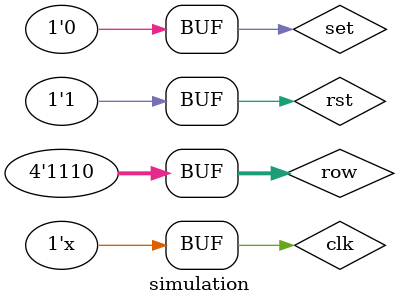
<source format=v>
module simulation;

	// Inputs
	reg clk;
	reg rst;
	reg [3:0] row;
	reg set;

	// Outputs
	wire [1:0] right;
	wire [2:0] col;
	wire [3:0] keyV;
	wire enable;
	wire [7:0] ledC;
	wire [7:0] ledR;
	wire [3:0] runV;
	wire [7:0] seg_out;
	wire [3:0] seg_sele;

	// Instantiate the Unit Under Test (UUT)
	lab7 uut (
		.right(right), 
		.col(col), 
		.keyV(keyV), 
		.enable(enable), 
		.ledC(ledC), 
		.ledR(ledR), 
		.runV(runV), 
		.clk(clk), 
		.seg_out(seg_out), 
		.seg_sele(seg_sele), 
		.rst(rst), 
		.row(row), 
		.set(set)
	);
   always #5 clk=~clk;
	initial begin
		clk = 0;
		rst = 0;
		#5 rst = 1'b0;
		#5 rst = 1'b1;
   	end
	initial begin
		row = 4'b0111;
		set = 0;
		#25 set = 1'b1;
		#1 set = 1'b0;
		#5000000 row = 4'b1110;
	end    
endmodule

</source>
